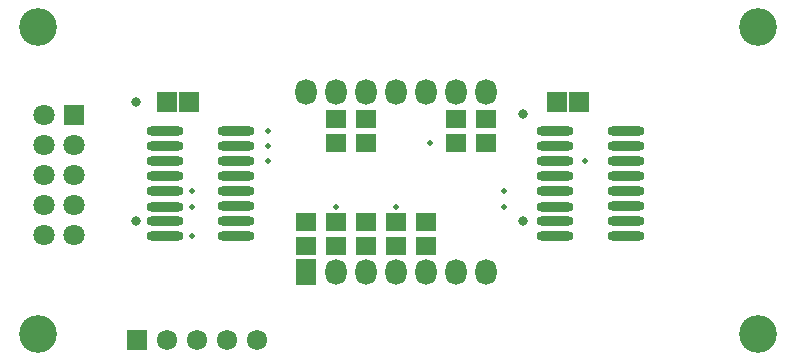
<source format=gbs>
G04 Layer_Color=16711935*
%FSTAX24Y24*%
%MOIN*%
G70*
G01*
G75*
%ADD28R,0.0678X0.0678*%
%ADD29C,0.0678*%
%ADD30C,0.0710*%
%ADD31R,0.0710X0.0710*%
%ADD32C,0.1261*%
%ADD33O,0.0710X0.0867*%
%ADD34R,0.0710X0.0867*%
%ADD35C,0.0200*%
%ADD36C,0.0320*%
%ADD37R,0.0671X0.0631*%
%ADD38O,0.1241X0.0316*%
%ADD39R,0.0671X0.0710*%
D28*
X014336Y010836D02*
D03*
D29*
X015336D02*
D03*
X016336D02*
D03*
X017336D02*
D03*
X018336D02*
D03*
D30*
X011236Y018336D02*
D03*
Y017336D02*
D03*
Y016336D02*
D03*
Y015336D02*
D03*
Y014336D02*
D03*
X012236D02*
D03*
Y015336D02*
D03*
Y016336D02*
D03*
Y017336D02*
D03*
D31*
Y018336D02*
D03*
D32*
X035039Y02126D02*
D03*
Y011024D02*
D03*
X011024Y02126D02*
D03*
Y011024D02*
D03*
D33*
X01995Y019113D02*
D03*
X02095D02*
D03*
X02195D02*
D03*
X02295D02*
D03*
X02395D02*
D03*
X02495D02*
D03*
X02095Y013113D02*
D03*
X02195D02*
D03*
X02295D02*
D03*
X02395D02*
D03*
X02495D02*
D03*
X02595D02*
D03*
Y019113D02*
D03*
D34*
X01995Y013113D02*
D03*
D35*
X0187Y016813D02*
D03*
X02095Y015263D02*
D03*
X0187Y017313D02*
D03*
X02295Y015263D02*
D03*
X01615Y015813D02*
D03*
Y015263D02*
D03*
Y014313D02*
D03*
X02925Y016813D02*
D03*
X0187Y017813D02*
D03*
X0241Y017413D02*
D03*
X02655Y015813D02*
D03*
Y015263D02*
D03*
D36*
X0272Y018363D02*
D03*
Y014813D02*
D03*
X0143D02*
D03*
Y018763D02*
D03*
D37*
X02195Y013969D02*
D03*
Y014756D02*
D03*
X01995Y013969D02*
D03*
Y014756D02*
D03*
X02095Y013969D02*
D03*
Y014756D02*
D03*
X02295Y013969D02*
D03*
Y014756D02*
D03*
X02095Y018206D02*
D03*
Y017419D02*
D03*
X02195Y018206D02*
D03*
Y017419D02*
D03*
X02495Y018206D02*
D03*
Y017419D02*
D03*
X02595Y018206D02*
D03*
Y017419D02*
D03*
X02395Y013969D02*
D03*
Y014756D02*
D03*
D38*
X015269Y014313D02*
D03*
Y014813D02*
D03*
Y015263D02*
D03*
Y015813D02*
D03*
Y016313D02*
D03*
Y016813D02*
D03*
Y017313D02*
D03*
Y017813D02*
D03*
X017631Y014313D02*
D03*
Y014813D02*
D03*
Y015313D02*
D03*
Y015813D02*
D03*
Y016313D02*
D03*
Y016813D02*
D03*
Y017313D02*
D03*
Y017813D02*
D03*
X028269Y014313D02*
D03*
Y014813D02*
D03*
Y015263D02*
D03*
Y015813D02*
D03*
Y016313D02*
D03*
Y016813D02*
D03*
Y017313D02*
D03*
Y017813D02*
D03*
X030631Y014313D02*
D03*
Y014813D02*
D03*
Y015313D02*
D03*
Y015813D02*
D03*
Y016313D02*
D03*
Y016813D02*
D03*
Y017313D02*
D03*
Y017813D02*
D03*
D39*
X015326Y018763D02*
D03*
X016074D02*
D03*
X028326D02*
D03*
X029074D02*
D03*
M02*

</source>
